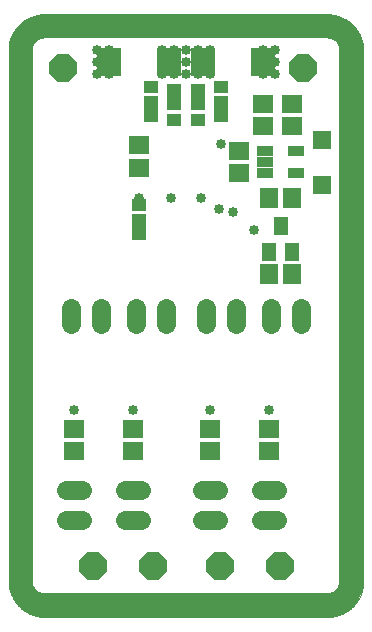
<source format=gbs>
G04 EAGLE Gerber RS-274X export*
G75*
%MOMM*%
%FSLAX35Y35*%
%LPD*%
%INsolder_mask_bottom*%
%IPPOS*%
%AMOC8*
5,1,8,0,0,1.08239X$1,22.5*%
G01*
%ADD10C,0.000000*%
%ADD11C,2.000000*%
%ADD12R,2.003200X2.403200*%
%ADD13R,1.703200X1.503200*%
%ADD14R,1.303200X2.203200*%
%ADD15R,1.303200X1.003200*%
%ADD16R,1.423200X0.823200*%
%ADD17R,1.603200X1.603200*%
%ADD18R,1.503200X1.703200*%
%ADD19R,1.203200X1.603200*%
%ADD20C,1.574800*%
%ADD21P,2.556822X8X22.500000*%
%ADD22P,2.556822X8X202.500000*%
%ADD23C,0.853200*%


D10*
X3000000Y1700000D02*
X600000Y1700000D01*
X592751Y1700088D01*
X585506Y1700350D01*
X578270Y1700788D01*
X571046Y1701401D01*
X563839Y1702187D01*
X556653Y1703148D01*
X549493Y1704282D01*
X542362Y1705589D01*
X535265Y1707068D01*
X528205Y1708717D01*
X521188Y1710537D01*
X514216Y1712526D01*
X507295Y1714683D01*
X500428Y1717006D01*
X493619Y1719495D01*
X486872Y1722148D01*
X480191Y1724962D01*
X473580Y1727938D01*
X467043Y1731072D01*
X460583Y1734363D01*
X454205Y1737810D01*
X447912Y1741409D01*
X441708Y1745160D01*
X435596Y1749059D01*
X429581Y1753105D01*
X423664Y1757295D01*
X417851Y1761627D01*
X412144Y1766098D01*
X406547Y1770705D01*
X401063Y1775447D01*
X395695Y1780319D01*
X390447Y1785320D01*
X385320Y1790447D01*
X380319Y1795695D01*
X375447Y1801063D01*
X370705Y1806547D01*
X366098Y1812144D01*
X361627Y1817851D01*
X357295Y1823664D01*
X353105Y1829581D01*
X349059Y1835596D01*
X345160Y1841708D01*
X341409Y1847912D01*
X337810Y1854205D01*
X334363Y1860583D01*
X331072Y1867043D01*
X327938Y1873580D01*
X324962Y1880191D01*
X322148Y1886872D01*
X319495Y1893619D01*
X317006Y1900428D01*
X314683Y1907295D01*
X312526Y1914216D01*
X310537Y1921188D01*
X308717Y1928205D01*
X307068Y1935265D01*
X305589Y1942362D01*
X304282Y1949493D01*
X303148Y1956653D01*
X302187Y1963839D01*
X301401Y1971046D01*
X300788Y1978270D01*
X300350Y1985506D01*
X300088Y1992751D01*
X300000Y2000000D01*
X300000Y6500000D01*
X300088Y6507249D01*
X300350Y6514494D01*
X300788Y6521730D01*
X301401Y6528954D01*
X302187Y6536161D01*
X303148Y6543347D01*
X304282Y6550507D01*
X305589Y6557638D01*
X307068Y6564735D01*
X308717Y6571795D01*
X310537Y6578812D01*
X312526Y6585784D01*
X314683Y6592705D01*
X317006Y6599572D01*
X319495Y6606381D01*
X322148Y6613128D01*
X324962Y6619809D01*
X327938Y6626420D01*
X331072Y6632957D01*
X334363Y6639417D01*
X337810Y6645795D01*
X341409Y6652088D01*
X345160Y6658292D01*
X349059Y6664404D01*
X353105Y6670419D01*
X357295Y6676336D01*
X361627Y6682149D01*
X366098Y6687856D01*
X370705Y6693453D01*
X375447Y6698937D01*
X380319Y6704305D01*
X385320Y6709553D01*
X390447Y6714680D01*
X395695Y6719681D01*
X401063Y6724553D01*
X406547Y6729295D01*
X412144Y6733902D01*
X417851Y6738373D01*
X423664Y6742705D01*
X429581Y6746895D01*
X435596Y6750941D01*
X441708Y6754840D01*
X447912Y6758591D01*
X454205Y6762190D01*
X460583Y6765637D01*
X467043Y6768928D01*
X473580Y6772062D01*
X480191Y6775038D01*
X486872Y6777852D01*
X493619Y6780505D01*
X500428Y6782994D01*
X507295Y6785317D01*
X514216Y6787474D01*
X521188Y6789463D01*
X528205Y6791283D01*
X535265Y6792932D01*
X542362Y6794411D01*
X549493Y6795718D01*
X556653Y6796852D01*
X563839Y6797813D01*
X571046Y6798599D01*
X578270Y6799212D01*
X585506Y6799650D01*
X592751Y6799912D01*
X600000Y6800000D01*
X3000000Y6800000D01*
X3007249Y6799912D01*
X3014494Y6799650D01*
X3021730Y6799212D01*
X3028954Y6798599D01*
X3036161Y6797813D01*
X3043347Y6796852D01*
X3050507Y6795718D01*
X3057638Y6794411D01*
X3064735Y6792932D01*
X3071795Y6791283D01*
X3078812Y6789463D01*
X3085784Y6787474D01*
X3092705Y6785317D01*
X3099572Y6782994D01*
X3106381Y6780505D01*
X3113128Y6777852D01*
X3119809Y6775038D01*
X3126420Y6772062D01*
X3132957Y6768928D01*
X3139417Y6765637D01*
X3145795Y6762190D01*
X3152088Y6758591D01*
X3158292Y6754840D01*
X3164404Y6750941D01*
X3170419Y6746895D01*
X3176336Y6742705D01*
X3182149Y6738373D01*
X3187856Y6733902D01*
X3193453Y6729295D01*
X3198937Y6724553D01*
X3204305Y6719681D01*
X3209553Y6714680D01*
X3214680Y6709553D01*
X3219681Y6704305D01*
X3224553Y6698937D01*
X3229295Y6693453D01*
X3233902Y6687856D01*
X3238373Y6682149D01*
X3242705Y6676336D01*
X3246895Y6670419D01*
X3250941Y6664404D01*
X3254840Y6658292D01*
X3258591Y6652088D01*
X3262190Y6645795D01*
X3265637Y6639417D01*
X3268928Y6632957D01*
X3272062Y6626420D01*
X3275038Y6619809D01*
X3277852Y6613128D01*
X3280505Y6606381D01*
X3282994Y6599572D01*
X3285317Y6592705D01*
X3287474Y6585784D01*
X3289463Y6578812D01*
X3291283Y6571795D01*
X3292932Y6564735D01*
X3294411Y6557638D01*
X3295718Y6550507D01*
X3296852Y6543347D01*
X3297813Y6536161D01*
X3298599Y6528954D01*
X3299212Y6521730D01*
X3299650Y6514494D01*
X3299912Y6507249D01*
X3300000Y6500000D01*
X3300000Y2000000D01*
X3299912Y1992751D01*
X3299650Y1985506D01*
X3299212Y1978270D01*
X3298599Y1971046D01*
X3297813Y1963839D01*
X3296852Y1956653D01*
X3295718Y1949493D01*
X3294411Y1942362D01*
X3292932Y1935265D01*
X3291283Y1928205D01*
X3289463Y1921188D01*
X3287474Y1914216D01*
X3285317Y1907295D01*
X3282994Y1900428D01*
X3280505Y1893619D01*
X3277852Y1886872D01*
X3275038Y1880191D01*
X3272062Y1873580D01*
X3268928Y1867043D01*
X3265637Y1860583D01*
X3262190Y1854205D01*
X3258591Y1847912D01*
X3254840Y1841708D01*
X3250941Y1835596D01*
X3246895Y1829581D01*
X3242705Y1823664D01*
X3238373Y1817851D01*
X3233902Y1812144D01*
X3229295Y1806547D01*
X3224553Y1801063D01*
X3219681Y1795695D01*
X3214680Y1790447D01*
X3209553Y1785320D01*
X3204305Y1780319D01*
X3198937Y1775447D01*
X3193453Y1770705D01*
X3187856Y1766098D01*
X3182149Y1761627D01*
X3176336Y1757295D01*
X3170419Y1753105D01*
X3164404Y1749059D01*
X3158292Y1745160D01*
X3152088Y1741409D01*
X3145795Y1737810D01*
X3139417Y1734363D01*
X3132957Y1731072D01*
X3126420Y1727938D01*
X3119809Y1724962D01*
X3113128Y1722148D01*
X3106381Y1719495D01*
X3099572Y1717006D01*
X3092705Y1714683D01*
X3085784Y1712526D01*
X3078812Y1710537D01*
X3071795Y1708717D01*
X3064735Y1707068D01*
X3057638Y1705589D01*
X3050507Y1704282D01*
X3043347Y1703148D01*
X3036161Y1702187D01*
X3028954Y1701401D01*
X3021730Y1700788D01*
X3014494Y1700350D01*
X3007249Y1700088D01*
X3000000Y1700000D01*
D11*
X400000Y6500000D02*
X400058Y6504833D01*
X400234Y6509663D01*
X400525Y6514487D01*
X400934Y6519303D01*
X401458Y6524107D01*
X402099Y6528898D01*
X402855Y6533671D01*
X403726Y6538425D01*
X404712Y6543157D01*
X405812Y6547863D01*
X407025Y6552541D01*
X408351Y6557189D01*
X409789Y6561803D01*
X411338Y6566382D01*
X412997Y6570921D01*
X414765Y6575419D01*
X416642Y6579873D01*
X418625Y6584280D01*
X420715Y6588638D01*
X422909Y6592945D01*
X425206Y6597197D01*
X427606Y6601392D01*
X430106Y6605528D01*
X432706Y6609603D01*
X435403Y6613613D01*
X438197Y6617557D01*
X441084Y6621433D01*
X444065Y6625237D01*
X447137Y6628968D01*
X450298Y6632625D01*
X453546Y6636203D01*
X456880Y6639702D01*
X460298Y6643120D01*
X463797Y6646454D01*
X467375Y6649702D01*
X471032Y6652863D01*
X474763Y6655935D01*
X478567Y6658916D01*
X482443Y6661803D01*
X486387Y6664597D01*
X490397Y6667294D01*
X494472Y6669894D01*
X498608Y6672394D01*
X502803Y6674794D01*
X507055Y6677091D01*
X511362Y6679285D01*
X515720Y6681375D01*
X520127Y6683358D01*
X524581Y6685235D01*
X529079Y6687003D01*
X533618Y6688662D01*
X538197Y6690211D01*
X542811Y6691649D01*
X547459Y6692975D01*
X552137Y6694188D01*
X556843Y6695288D01*
X561575Y6696274D01*
X566329Y6697145D01*
X571102Y6697901D01*
X575893Y6698542D01*
X580697Y6699066D01*
X585513Y6699475D01*
X590337Y6699766D01*
X595167Y6699942D01*
X600000Y6700000D01*
X3000000Y6700000D01*
X3004833Y6699942D01*
X3009663Y6699766D01*
X3014487Y6699475D01*
X3019303Y6699066D01*
X3024107Y6698542D01*
X3028898Y6697901D01*
X3033671Y6697145D01*
X3038425Y6696274D01*
X3043157Y6695288D01*
X3047863Y6694188D01*
X3052541Y6692975D01*
X3057189Y6691649D01*
X3061803Y6690211D01*
X3066382Y6688662D01*
X3070921Y6687003D01*
X3075419Y6685235D01*
X3079873Y6683358D01*
X3084280Y6681375D01*
X3088638Y6679285D01*
X3092945Y6677091D01*
X3097197Y6674794D01*
X3101392Y6672394D01*
X3105528Y6669894D01*
X3109603Y6667294D01*
X3113613Y6664597D01*
X3117557Y6661803D01*
X3121433Y6658916D01*
X3125237Y6655935D01*
X3128968Y6652863D01*
X3132625Y6649702D01*
X3136203Y6646454D01*
X3139702Y6643120D01*
X3143120Y6639702D01*
X3146454Y6636203D01*
X3149702Y6632625D01*
X3152863Y6628968D01*
X3155935Y6625237D01*
X3158916Y6621433D01*
X3161803Y6617557D01*
X3164597Y6613613D01*
X3167294Y6609603D01*
X3169894Y6605528D01*
X3172394Y6601392D01*
X3174794Y6597197D01*
X3177091Y6592945D01*
X3179285Y6588638D01*
X3181375Y6584280D01*
X3183358Y6579873D01*
X3185235Y6575419D01*
X3187003Y6570921D01*
X3188662Y6566382D01*
X3190211Y6561803D01*
X3191649Y6557189D01*
X3192975Y6552541D01*
X3194188Y6547863D01*
X3195288Y6543157D01*
X3196274Y6538425D01*
X3197145Y6533671D01*
X3197901Y6528898D01*
X3198542Y6524107D01*
X3199066Y6519303D01*
X3199475Y6514487D01*
X3199766Y6509663D01*
X3199942Y6504833D01*
X3200000Y6500000D01*
X400000Y2000000D02*
X400058Y1995167D01*
X400234Y1990337D01*
X400525Y1985513D01*
X400934Y1980697D01*
X401458Y1975893D01*
X402099Y1971102D01*
X402855Y1966329D01*
X403726Y1961575D01*
X404712Y1956843D01*
X405812Y1952137D01*
X407025Y1947459D01*
X408351Y1942811D01*
X409789Y1938197D01*
X411338Y1933618D01*
X412997Y1929079D01*
X414765Y1924581D01*
X416642Y1920127D01*
X418625Y1915720D01*
X420715Y1911362D01*
X422909Y1907055D01*
X425206Y1902803D01*
X427606Y1898608D01*
X430106Y1894472D01*
X432706Y1890397D01*
X435403Y1886387D01*
X438197Y1882443D01*
X441084Y1878567D01*
X444065Y1874763D01*
X447137Y1871032D01*
X450298Y1867375D01*
X453546Y1863797D01*
X456880Y1860298D01*
X460298Y1856880D01*
X463797Y1853546D01*
X467375Y1850298D01*
X471032Y1847137D01*
X474763Y1844065D01*
X478567Y1841084D01*
X482443Y1838197D01*
X486387Y1835403D01*
X490397Y1832706D01*
X494472Y1830106D01*
X498608Y1827606D01*
X502803Y1825206D01*
X507055Y1822909D01*
X511362Y1820715D01*
X515720Y1818625D01*
X520127Y1816642D01*
X524581Y1814765D01*
X529079Y1812997D01*
X533618Y1811338D01*
X538197Y1809789D01*
X542811Y1808351D01*
X547459Y1807025D01*
X552137Y1805812D01*
X556843Y1804712D01*
X561575Y1803726D01*
X566329Y1802855D01*
X571102Y1802099D01*
X575893Y1801458D01*
X580697Y1800934D01*
X585513Y1800525D01*
X590337Y1800234D01*
X595167Y1800058D01*
X600000Y1800000D01*
X3000000Y1800000D02*
X3004833Y1800058D01*
X3009663Y1800234D01*
X3014487Y1800525D01*
X3019303Y1800934D01*
X3024107Y1801458D01*
X3028898Y1802099D01*
X3033671Y1802855D01*
X3038425Y1803726D01*
X3043157Y1804712D01*
X3047863Y1805812D01*
X3052541Y1807025D01*
X3057189Y1808351D01*
X3061803Y1809789D01*
X3066382Y1811338D01*
X3070921Y1812997D01*
X3075419Y1814765D01*
X3079873Y1816642D01*
X3084280Y1818625D01*
X3088638Y1820715D01*
X3092945Y1822909D01*
X3097197Y1825206D01*
X3101392Y1827606D01*
X3105528Y1830106D01*
X3109603Y1832706D01*
X3113613Y1835403D01*
X3117557Y1838197D01*
X3121433Y1841084D01*
X3125237Y1844065D01*
X3128968Y1847137D01*
X3132625Y1850298D01*
X3136203Y1853546D01*
X3139702Y1856880D01*
X3143120Y1860298D01*
X3146454Y1863797D01*
X3149702Y1867375D01*
X3152863Y1871032D01*
X3155935Y1874763D01*
X3158916Y1878567D01*
X3161803Y1882443D01*
X3164597Y1886387D01*
X3167294Y1890397D01*
X3169894Y1894472D01*
X3172394Y1898608D01*
X3174794Y1902803D01*
X3177091Y1907055D01*
X3179285Y1911362D01*
X3181375Y1915720D01*
X3183358Y1920127D01*
X3185235Y1924581D01*
X3187003Y1929079D01*
X3188662Y1933618D01*
X3190211Y1938197D01*
X3191649Y1942811D01*
X3192975Y1947459D01*
X3194188Y1952137D01*
X3195288Y1956843D01*
X3196274Y1961575D01*
X3197145Y1966329D01*
X3197901Y1971102D01*
X3198542Y1975893D01*
X3199066Y1980697D01*
X3199475Y1985513D01*
X3199766Y1990337D01*
X3199942Y1995167D01*
X3200000Y2000000D01*
X3000000Y1800000D02*
X600000Y1800000D01*
X400000Y2000000D02*
X400000Y6500000D01*
X3200000Y6500000D02*
X3200000Y2000000D01*
D12*
X1655000Y6400000D03*
X1145000Y6400000D03*
X1945000Y6400000D03*
X2455000Y6400000D03*
D13*
X1400000Y5505000D03*
X1400000Y5695000D03*
D14*
X2100000Y6000000D03*
D15*
X2100000Y6190000D03*
D14*
X1900000Y6100000D03*
D15*
X1900000Y5910000D03*
D14*
X1500000Y6000000D03*
D15*
X1500000Y6190000D03*
D14*
X1700000Y6100000D03*
D15*
X1700000Y5910000D03*
D14*
X1400000Y5000000D03*
D15*
X1400000Y5190000D03*
D16*
X2470000Y5550000D03*
X2470000Y5645000D03*
X2470000Y5455000D03*
X2730000Y5455000D03*
X2730000Y5645000D03*
D13*
X2450000Y6045000D03*
X2450000Y5855000D03*
D17*
X2950000Y5740000D03*
X2950000Y5360000D03*
D13*
X2700000Y6045000D03*
X2700000Y5855000D03*
X2250000Y5645000D03*
X2250000Y5455000D03*
D18*
X2505000Y5250000D03*
X2695000Y5250000D03*
D19*
X2600000Y5010000D03*
X2505000Y4790000D03*
X2695000Y4790000D03*
D18*
X2505000Y4600000D03*
X2695000Y4600000D03*
D13*
X850000Y3105000D03*
X850000Y3295000D03*
X1350000Y3105000D03*
X1350000Y3295000D03*
X2000000Y3105000D03*
X2000000Y3295000D03*
X2500000Y3105000D03*
X2500000Y3295000D03*
D20*
X918580Y2523000D02*
X781420Y2523000D01*
X781420Y2777000D02*
X918580Y2777000D01*
X1281420Y2523000D02*
X1418580Y2523000D01*
X1418580Y2777000D02*
X1281420Y2777000D01*
X1931420Y2523000D02*
X2068580Y2523000D01*
X2068580Y2777000D02*
X1931420Y2777000D01*
X2431420Y2523000D02*
X2568580Y2523000D01*
X2568580Y2777000D02*
X2431420Y2777000D01*
X2227000Y4181420D02*
X2227000Y4318580D01*
X1973000Y4318580D02*
X1973000Y4181420D01*
X2777000Y4181420D02*
X2777000Y4318580D01*
X2523000Y4318580D02*
X2523000Y4181420D01*
X1627000Y4181420D02*
X1627000Y4318580D01*
X1373000Y4318580D02*
X1373000Y4181420D01*
X1077000Y4181420D02*
X1077000Y4318580D01*
X823000Y4318580D02*
X823000Y4181420D01*
D21*
X2794000Y6350000D03*
X762000Y6350000D03*
D22*
X2594000Y2132000D03*
X2086000Y2132000D03*
X1016000Y2132000D03*
X1524000Y2132000D03*
D23*
X2375000Y4975000D03*
X1800000Y6400000D03*
X1900000Y6400000D03*
X1700000Y6400000D03*
X1800000Y6500000D03*
X1800000Y6300000D03*
X1900000Y6500000D03*
X2000000Y6500000D03*
X2000000Y6400000D03*
X2000000Y6300000D03*
X1900000Y6300000D03*
X1700000Y6300000D03*
X1700000Y6500000D03*
X1600000Y6500000D03*
X1600000Y6400000D03*
X1600000Y6300000D03*
X2550000Y6400000D03*
X2550000Y6500000D03*
X2450000Y6500000D03*
X2450000Y6400000D03*
X2450000Y6300000D03*
X2550000Y6300000D03*
X2700000Y6050000D03*
X1050000Y6400000D03*
X1050000Y6500000D03*
X1150000Y6500000D03*
X1150000Y6400000D03*
X1050000Y6300000D03*
X1150000Y6300000D03*
X1673000Y5249000D03*
X1400000Y5695000D03*
X2100000Y5700000D03*
X1400000Y5000000D03*
X2730000Y5455000D03*
X2200000Y5125000D03*
X1400000Y5250000D03*
X1927000Y5250000D03*
X2500000Y3450000D03*
X1350000Y3450000D03*
X2075000Y5150000D03*
X850000Y3450000D03*
X2000000Y3450000D03*
M02*

</source>
